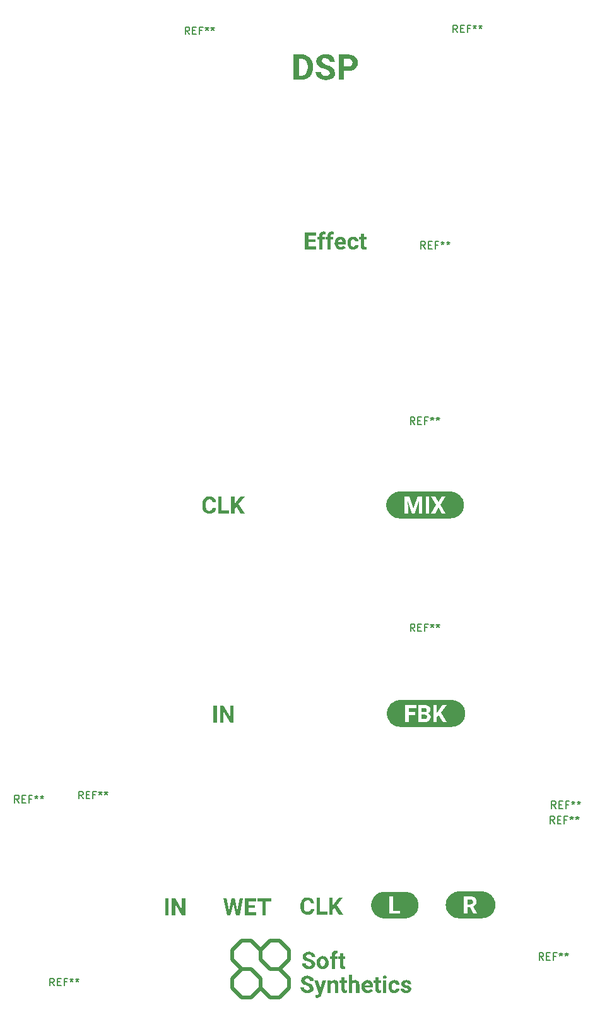
<source format=gbr>
%TF.GenerationSoftware,KiCad,Pcbnew,(6.0.8)*%
%TF.CreationDate,2023-04-30T16:13:03+01:00*%
%TF.ProjectId,Panel,50616e65-6c2e-46b6-9963-61645f706362,rev?*%
%TF.SameCoordinates,Original*%
%TF.FileFunction,Legend,Top*%
%TF.FilePolarity,Positive*%
%FSLAX46Y46*%
G04 Gerber Fmt 4.6, Leading zero omitted, Abs format (unit mm)*
G04 Created by KiCad (PCBNEW (6.0.8)) date 2023-04-30 16:13:03*
%MOMM*%
%LPD*%
G01*
G04 APERTURE LIST*
%ADD10C,0.500000*%
%ADD11C,0.150000*%
G04 APERTURE END LIST*
D10*
X127863600Y-153060400D02*
X129133600Y-154330400D01*
X126593600Y-158140400D02*
X127863600Y-156870400D01*
X127863600Y-156870400D02*
X127863600Y-155600400D01*
X129133600Y-150520400D02*
X130403600Y-150520400D01*
X124053600Y-153060400D02*
X125323600Y-154330400D01*
X130403600Y-154330400D02*
X129133600Y-154330400D01*
X129133600Y-154330400D02*
X127863600Y-153060400D01*
X125323600Y-154330400D02*
X126593600Y-154330400D01*
X129133600Y-158140400D02*
X130403600Y-158140400D01*
X124053600Y-151790400D02*
X125323600Y-150520400D01*
X131673600Y-156870400D02*
X130403600Y-158140400D01*
X130403600Y-154330400D02*
X129133600Y-154330400D01*
X124053600Y-153060400D02*
X124053600Y-151790400D01*
X126593600Y-150520400D02*
X125323600Y-150520400D01*
X127863600Y-151790400D02*
X127863600Y-153060400D01*
X127863600Y-155600400D02*
X126593600Y-154330400D01*
X129133600Y-150520400D02*
X127863600Y-151790400D01*
X126593600Y-154330400D02*
X127863600Y-155600400D01*
X127863600Y-156870400D02*
X129133600Y-158140400D01*
X127863600Y-156870400D02*
X127863600Y-155600400D01*
X131673600Y-155600400D02*
X130403600Y-154330400D01*
X131673600Y-155600400D02*
X131673600Y-156870400D01*
X131673600Y-153060400D02*
X131673600Y-151790400D01*
X124053600Y-155600400D02*
X124053600Y-156870400D01*
X125323600Y-154330400D02*
X126593600Y-154330400D01*
X127863600Y-151790400D02*
X127863600Y-153060400D01*
X130403600Y-154330400D02*
X131673600Y-153060400D01*
X127863600Y-151790400D02*
X126593600Y-150520400D01*
X130403600Y-150520400D02*
X131673600Y-151790400D01*
X125323600Y-158140400D02*
X124053600Y-156870400D01*
X125323600Y-154330400D02*
X124053600Y-155600400D01*
X126593600Y-158140400D02*
X125323600Y-158140400D01*
D11*
%TO.C,REF\u002A\u002A*%
X118300666Y-29027380D02*
X117967333Y-28551190D01*
X117729238Y-29027380D02*
X117729238Y-28027380D01*
X118110190Y-28027380D01*
X118205428Y-28075000D01*
X118253047Y-28122619D01*
X118300666Y-28217857D01*
X118300666Y-28360714D01*
X118253047Y-28455952D01*
X118205428Y-28503571D01*
X118110190Y-28551190D01*
X117729238Y-28551190D01*
X118729238Y-28503571D02*
X119062571Y-28503571D01*
X119205428Y-29027380D02*
X118729238Y-29027380D01*
X118729238Y-28027380D01*
X119205428Y-28027380D01*
X119967333Y-28503571D02*
X119634000Y-28503571D01*
X119634000Y-29027380D02*
X119634000Y-28027380D01*
X120110190Y-28027380D01*
X120634000Y-28027380D02*
X120634000Y-28265476D01*
X120395904Y-28170238D02*
X120634000Y-28265476D01*
X120872095Y-28170238D01*
X120491142Y-28455952D02*
X120634000Y-28265476D01*
X120776857Y-28455952D01*
X121395904Y-28027380D02*
X121395904Y-28265476D01*
X121157809Y-28170238D02*
X121395904Y-28265476D01*
X121634000Y-28170238D01*
X121253047Y-28455952D02*
X121395904Y-28265476D01*
X121538761Y-28455952D01*
%TO.C,*%
%TO.C,REF\u002A\u002A*%
X167246466Y-134792980D02*
X166913133Y-134316790D01*
X166675038Y-134792980D02*
X166675038Y-133792980D01*
X167055990Y-133792980D01*
X167151228Y-133840600D01*
X167198847Y-133888219D01*
X167246466Y-133983457D01*
X167246466Y-134126314D01*
X167198847Y-134221552D01*
X167151228Y-134269171D01*
X167055990Y-134316790D01*
X166675038Y-134316790D01*
X167675038Y-134269171D02*
X168008371Y-134269171D01*
X168151228Y-134792980D02*
X167675038Y-134792980D01*
X167675038Y-133792980D01*
X168151228Y-133792980D01*
X168913133Y-134269171D02*
X168579800Y-134269171D01*
X168579800Y-134792980D02*
X168579800Y-133792980D01*
X169055990Y-133792980D01*
X169579800Y-133792980D02*
X169579800Y-134031076D01*
X169341704Y-133935838D02*
X169579800Y-134031076D01*
X169817895Y-133935838D01*
X169436942Y-134221552D02*
X169579800Y-134031076D01*
X169722657Y-134221552D01*
X170341704Y-133792980D02*
X170341704Y-134031076D01*
X170103609Y-133935838D02*
X170341704Y-134031076D01*
X170579800Y-133935838D01*
X170198847Y-134221552D02*
X170341704Y-134031076D01*
X170484561Y-134221552D01*
X148526666Y-109029380D02*
X148193333Y-108553190D01*
X147955238Y-109029380D02*
X147955238Y-108029380D01*
X148336190Y-108029380D01*
X148431428Y-108077000D01*
X148479047Y-108124619D01*
X148526666Y-108219857D01*
X148526666Y-108362714D01*
X148479047Y-108457952D01*
X148431428Y-108505571D01*
X148336190Y-108553190D01*
X147955238Y-108553190D01*
X148955238Y-108505571D02*
X149288571Y-108505571D01*
X149431428Y-109029380D02*
X148955238Y-109029380D01*
X148955238Y-108029380D01*
X149431428Y-108029380D01*
X150193333Y-108505571D02*
X149860000Y-108505571D01*
X149860000Y-109029380D02*
X149860000Y-108029380D01*
X150336190Y-108029380D01*
X150860000Y-108029380D02*
X150860000Y-108267476D01*
X150621904Y-108172238D02*
X150860000Y-108267476D01*
X151098095Y-108172238D01*
X150717142Y-108457952D02*
X150860000Y-108267476D01*
X151002857Y-108457952D01*
X151621904Y-108029380D02*
X151621904Y-108267476D01*
X151383809Y-108172238D02*
X151621904Y-108267476D01*
X151860000Y-108172238D01*
X151479047Y-108457952D02*
X151621904Y-108267476D01*
X151764761Y-108457952D01*
X104000466Y-131465580D02*
X103667133Y-130989390D01*
X103429038Y-131465580D02*
X103429038Y-130465580D01*
X103809990Y-130465580D01*
X103905228Y-130513200D01*
X103952847Y-130560819D01*
X104000466Y-130656057D01*
X104000466Y-130798914D01*
X103952847Y-130894152D01*
X103905228Y-130941771D01*
X103809990Y-130989390D01*
X103429038Y-130989390D01*
X104429038Y-130941771D02*
X104762371Y-130941771D01*
X104905228Y-131465580D02*
X104429038Y-131465580D01*
X104429038Y-130465580D01*
X104905228Y-130465580D01*
X105667133Y-130941771D02*
X105333800Y-130941771D01*
X105333800Y-131465580D02*
X105333800Y-130465580D01*
X105809990Y-130465580D01*
X106333800Y-130465580D02*
X106333800Y-130703676D01*
X106095704Y-130608438D02*
X106333800Y-130703676D01*
X106571895Y-130608438D01*
X106190942Y-130894152D02*
X106333800Y-130703676D01*
X106476657Y-130894152D01*
X107095704Y-130465580D02*
X107095704Y-130703676D01*
X106857609Y-130608438D02*
X107095704Y-130703676D01*
X107333800Y-130608438D01*
X106952847Y-130894152D02*
X107095704Y-130703676D01*
X107238561Y-130894152D01*
X165798666Y-153106380D02*
X165465333Y-152630190D01*
X165227238Y-153106380D02*
X165227238Y-152106380D01*
X165608190Y-152106380D01*
X165703428Y-152154000D01*
X165751047Y-152201619D01*
X165798666Y-152296857D01*
X165798666Y-152439714D01*
X165751047Y-152534952D01*
X165703428Y-152582571D01*
X165608190Y-152630190D01*
X165227238Y-152630190D01*
X166227238Y-152582571D02*
X166560571Y-152582571D01*
X166703428Y-153106380D02*
X166227238Y-153106380D01*
X166227238Y-152106380D01*
X166703428Y-152106380D01*
X167465333Y-152582571D02*
X167132000Y-152582571D01*
X167132000Y-153106380D02*
X167132000Y-152106380D01*
X167608190Y-152106380D01*
X168132000Y-152106380D02*
X168132000Y-152344476D01*
X167893904Y-152249238D02*
X168132000Y-152344476D01*
X168370095Y-152249238D01*
X167989142Y-152534952D02*
X168132000Y-152344476D01*
X168274857Y-152534952D01*
X168893904Y-152106380D02*
X168893904Y-152344476D01*
X168655809Y-152249238D02*
X168893904Y-152344476D01*
X169132000Y-152249238D01*
X168751047Y-152534952D02*
X168893904Y-152344476D01*
X169036761Y-152534952D01*
X154241666Y-28773380D02*
X153908333Y-28297190D01*
X153670238Y-28773380D02*
X153670238Y-27773380D01*
X154051190Y-27773380D01*
X154146428Y-27821000D01*
X154194047Y-27868619D01*
X154241666Y-27963857D01*
X154241666Y-28106714D01*
X154194047Y-28201952D01*
X154146428Y-28249571D01*
X154051190Y-28297190D01*
X153670238Y-28297190D01*
X154670238Y-28249571D02*
X155003571Y-28249571D01*
X155146428Y-28773380D02*
X154670238Y-28773380D01*
X154670238Y-27773380D01*
X155146428Y-27773380D01*
X155908333Y-28249571D02*
X155575000Y-28249571D01*
X155575000Y-28773380D02*
X155575000Y-27773380D01*
X156051190Y-27773380D01*
X156575000Y-27773380D02*
X156575000Y-28011476D01*
X156336904Y-27916238D02*
X156575000Y-28011476D01*
X156813095Y-27916238D01*
X156432142Y-28201952D02*
X156575000Y-28011476D01*
X156717857Y-28201952D01*
X157336904Y-27773380D02*
X157336904Y-28011476D01*
X157098809Y-27916238D02*
X157336904Y-28011476D01*
X157575000Y-27916238D01*
X157194047Y-28201952D02*
X157336904Y-28011476D01*
X157479761Y-28201952D01*
X148526666Y-81292580D02*
X148193333Y-80816390D01*
X147955238Y-81292580D02*
X147955238Y-80292580D01*
X148336190Y-80292580D01*
X148431428Y-80340200D01*
X148479047Y-80387819D01*
X148526666Y-80483057D01*
X148526666Y-80625914D01*
X148479047Y-80721152D01*
X148431428Y-80768771D01*
X148336190Y-80816390D01*
X147955238Y-80816390D01*
X148955238Y-80768771D02*
X149288571Y-80768771D01*
X149431428Y-81292580D02*
X148955238Y-81292580D01*
X148955238Y-80292580D01*
X149431428Y-80292580D01*
X150193333Y-80768771D02*
X149860000Y-80768771D01*
X149860000Y-81292580D02*
X149860000Y-80292580D01*
X150336190Y-80292580D01*
X150860000Y-80292580D02*
X150860000Y-80530676D01*
X150621904Y-80435438D02*
X150860000Y-80530676D01*
X151098095Y-80435438D01*
X150717142Y-80721152D02*
X150860000Y-80530676D01*
X151002857Y-80721152D01*
X151621904Y-80292580D02*
X151621904Y-80530676D01*
X151383809Y-80435438D02*
X151621904Y-80530676D01*
X151860000Y-80435438D01*
X151479047Y-80721152D02*
X151621904Y-80530676D01*
X151764761Y-80721152D01*
X95415266Y-131998980D02*
X95081933Y-131522790D01*
X94843838Y-131998980D02*
X94843838Y-130998980D01*
X95224790Y-130998980D01*
X95320028Y-131046600D01*
X95367647Y-131094219D01*
X95415266Y-131189457D01*
X95415266Y-131332314D01*
X95367647Y-131427552D01*
X95320028Y-131475171D01*
X95224790Y-131522790D01*
X94843838Y-131522790D01*
X95843838Y-131475171D02*
X96177171Y-131475171D01*
X96320028Y-131998980D02*
X95843838Y-131998980D01*
X95843838Y-130998980D01*
X96320028Y-130998980D01*
X97081933Y-131475171D02*
X96748600Y-131475171D01*
X96748600Y-131998980D02*
X96748600Y-130998980D01*
X97224790Y-130998980D01*
X97748600Y-130998980D02*
X97748600Y-131237076D01*
X97510504Y-131141838D02*
X97748600Y-131237076D01*
X97986695Y-131141838D01*
X97605742Y-131427552D02*
X97748600Y-131237076D01*
X97891457Y-131427552D01*
X98510504Y-130998980D02*
X98510504Y-131237076D01*
X98272409Y-131141838D02*
X98510504Y-131237076D01*
X98748600Y-131141838D01*
X98367647Y-131427552D02*
X98510504Y-131237076D01*
X98653361Y-131427552D01*
%TO.C,*%
%TO.C,REF\u002A\u002A*%
X100139666Y-156535380D02*
X99806333Y-156059190D01*
X99568238Y-156535380D02*
X99568238Y-155535380D01*
X99949190Y-155535380D01*
X100044428Y-155583000D01*
X100092047Y-155630619D01*
X100139666Y-155725857D01*
X100139666Y-155868714D01*
X100092047Y-155963952D01*
X100044428Y-156011571D01*
X99949190Y-156059190D01*
X99568238Y-156059190D01*
X100568238Y-156011571D02*
X100901571Y-156011571D01*
X101044428Y-156535380D02*
X100568238Y-156535380D01*
X100568238Y-155535380D01*
X101044428Y-155535380D01*
X101806333Y-156011571D02*
X101473000Y-156011571D01*
X101473000Y-156535380D02*
X101473000Y-155535380D01*
X101949190Y-155535380D01*
X102473000Y-155535380D02*
X102473000Y-155773476D01*
X102234904Y-155678238D02*
X102473000Y-155773476D01*
X102711095Y-155678238D01*
X102330142Y-155963952D02*
X102473000Y-155773476D01*
X102615857Y-155963952D01*
X103234904Y-155535380D02*
X103234904Y-155773476D01*
X102996809Y-155678238D02*
X103234904Y-155773476D01*
X103473000Y-155678238D01*
X103092047Y-155963952D02*
X103234904Y-155773476D01*
X103377761Y-155963952D01*
X149923466Y-57760580D02*
X149590133Y-57284390D01*
X149352038Y-57760580D02*
X149352038Y-56760580D01*
X149732990Y-56760580D01*
X149828228Y-56808200D01*
X149875847Y-56855819D01*
X149923466Y-56951057D01*
X149923466Y-57093914D01*
X149875847Y-57189152D01*
X149828228Y-57236771D01*
X149732990Y-57284390D01*
X149352038Y-57284390D01*
X150352038Y-57236771D02*
X150685371Y-57236771D01*
X150828228Y-57760580D02*
X150352038Y-57760580D01*
X150352038Y-56760580D01*
X150828228Y-56760580D01*
X151590133Y-57236771D02*
X151256800Y-57236771D01*
X151256800Y-57760580D02*
X151256800Y-56760580D01*
X151732990Y-56760580D01*
X152256800Y-56760580D02*
X152256800Y-56998676D01*
X152018704Y-56903438D02*
X152256800Y-56998676D01*
X152494895Y-56903438D01*
X152113942Y-57189152D02*
X152256800Y-56998676D01*
X152399657Y-57189152D01*
X153018704Y-56760580D02*
X153018704Y-56998676D01*
X152780609Y-56903438D02*
X153018704Y-56998676D01*
X153256800Y-56903438D01*
X152875847Y-57189152D02*
X153018704Y-56998676D01*
X153161561Y-57189152D01*
X167449666Y-132760980D02*
X167116333Y-132284790D01*
X166878238Y-132760980D02*
X166878238Y-131760980D01*
X167259190Y-131760980D01*
X167354428Y-131808600D01*
X167402047Y-131856219D01*
X167449666Y-131951457D01*
X167449666Y-132094314D01*
X167402047Y-132189552D01*
X167354428Y-132237171D01*
X167259190Y-132284790D01*
X166878238Y-132284790D01*
X167878238Y-132237171D02*
X168211571Y-132237171D01*
X168354428Y-132760980D02*
X167878238Y-132760980D01*
X167878238Y-131760980D01*
X168354428Y-131760980D01*
X169116333Y-132237171D02*
X168783000Y-132237171D01*
X168783000Y-132760980D02*
X168783000Y-131760980D01*
X169259190Y-131760980D01*
X169783000Y-131760980D02*
X169783000Y-131999076D01*
X169544904Y-131903838D02*
X169783000Y-131999076D01*
X170021095Y-131903838D01*
X169640142Y-132189552D02*
X169783000Y-131999076D01*
X169925857Y-132189552D01*
X170544904Y-131760980D02*
X170544904Y-131999076D01*
X170306809Y-131903838D02*
X170544904Y-131999076D01*
X170783000Y-131903838D01*
X170402047Y-132189552D02*
X170544904Y-131999076D01*
X170687761Y-132189552D01*
%TO.C,*%
%TO.C,kibuzzard-643BB3B1*%
G36*
X146397954Y-121821852D02*
G01*
X146224186Y-121796076D01*
X146053782Y-121753392D01*
X145888381Y-121694211D01*
X145729578Y-121619102D01*
X145578902Y-121528790D01*
X145437803Y-121424144D01*
X145307640Y-121306172D01*
X145189668Y-121176009D01*
X145184479Y-121169013D01*
X147234870Y-121169013D01*
X147699958Y-121169013D01*
X148974299Y-121169013D01*
X149851765Y-121169013D01*
X151000532Y-121169013D01*
X151465620Y-121169013D01*
X151465620Y-120524091D01*
X151707466Y-120263642D01*
X152287275Y-121169013D01*
X152840730Y-121169013D01*
X152015974Y-119914826D01*
X152817475Y-118911787D01*
X152245417Y-118911787D01*
X151670259Y-119654377D01*
X151465620Y-119934980D01*
X151465620Y-118911787D01*
X151000532Y-118911787D01*
X151000532Y-121169013D01*
X149851765Y-121169013D01*
X150088443Y-121148687D01*
X150285847Y-121091843D01*
X150443977Y-120998481D01*
X150559388Y-120869290D01*
X150628634Y-120704959D01*
X150651716Y-120505488D01*
X150626718Y-120329530D01*
X150551722Y-120183027D01*
X150433319Y-120073344D01*
X150278096Y-120007844D01*
X150413359Y-119932073D01*
X150515290Y-119822584D01*
X150579240Y-119686352D01*
X150600556Y-119530354D01*
X150576958Y-119344060D01*
X150506161Y-119190323D01*
X150388166Y-119069141D01*
X150224524Y-118981722D01*
X150016785Y-118929271D01*
X149764949Y-118911787D01*
X148974299Y-118911787D01*
X148974299Y-121169013D01*
X147699958Y-121169013D01*
X147699958Y-120246589D01*
X148592927Y-120246589D01*
X148592927Y-119871418D01*
X147699958Y-119871418D01*
X147699958Y-119288508D01*
X148704548Y-119288508D01*
X148704548Y-118911787D01*
X147234870Y-118911787D01*
X147234870Y-121169013D01*
X145184479Y-121169013D01*
X145085022Y-121034911D01*
X144994710Y-120884234D01*
X144919602Y-120725431D01*
X144860420Y-120560030D01*
X144817736Y-120389626D01*
X144791960Y-120215858D01*
X144783341Y-120040400D01*
X144791960Y-119864942D01*
X144817736Y-119691174D01*
X144860420Y-119520770D01*
X144919602Y-119355369D01*
X144994710Y-119196566D01*
X145085022Y-119045889D01*
X145189668Y-118904791D01*
X145307640Y-118774628D01*
X145437803Y-118656656D01*
X145578902Y-118552010D01*
X145729578Y-118461698D01*
X145888381Y-118386589D01*
X146053782Y-118327408D01*
X146224186Y-118284724D01*
X146397954Y-118258948D01*
X146573412Y-118250328D01*
X153502188Y-118250328D01*
X153677646Y-118258948D01*
X153851414Y-118284724D01*
X154021818Y-118327408D01*
X154187219Y-118386590D01*
X154346022Y-118461698D01*
X154496699Y-118552010D01*
X154637797Y-118656656D01*
X154767960Y-118774628D01*
X154885932Y-118904791D01*
X154990578Y-119045890D01*
X155080890Y-119196566D01*
X155155998Y-119355369D01*
X155215180Y-119520770D01*
X155257864Y-119691174D01*
X155283640Y-119864942D01*
X155292259Y-120040400D01*
X155283640Y-120215858D01*
X155257864Y-120389626D01*
X155215180Y-120560030D01*
X155155998Y-120725431D01*
X155080890Y-120884234D01*
X154990578Y-121034910D01*
X154885932Y-121176009D01*
X154767960Y-121306172D01*
X154637797Y-121424144D01*
X154496699Y-121528790D01*
X154346022Y-121619102D01*
X154187219Y-121694210D01*
X154021818Y-121753392D01*
X153851414Y-121796076D01*
X153677646Y-121821852D01*
X153502188Y-121830472D01*
X146573412Y-121830472D01*
X146397954Y-121821852D01*
G37*
G36*
X150044001Y-120223162D02*
G01*
X150150972Y-120328065D01*
X150186628Y-120500837D01*
X150094386Y-120717103D01*
X149984121Y-120775820D01*
X149837812Y-120795393D01*
X149439387Y-120795393D01*
X149439387Y-120186128D01*
X149865718Y-120186128D01*
X150044001Y-120223162D01*
G37*
G36*
X149931411Y-119305367D02*
G01*
X150046327Y-119355946D01*
X150113183Y-119444894D01*
X150135469Y-119576862D01*
X150096367Y-119729997D01*
X149979061Y-119823531D01*
X149783552Y-119857465D01*
X149439387Y-119857465D01*
X149439387Y-119288508D01*
X149764949Y-119288508D01*
X149931411Y-119305367D01*
G37*
%TO.C,kibuzzard-643BB339*%
G36*
X156129855Y-144965375D02*
G01*
X156244770Y-145033975D01*
X156312789Y-145142496D01*
X156335462Y-145285123D01*
X156311433Y-145424843D01*
X156239344Y-145530844D01*
X156123460Y-145597700D01*
X155968043Y-145619986D01*
X155592872Y-145619986D01*
X155592872Y-144942508D01*
X155966493Y-144942508D01*
X156129855Y-144965375D01*
G37*
G36*
X154290868Y-147475852D02*
G01*
X154117100Y-147450076D01*
X153946695Y-147407392D01*
X153781295Y-147348211D01*
X153622492Y-147273102D01*
X153471815Y-147182790D01*
X153330716Y-147078144D01*
X153200554Y-146960172D01*
X153082582Y-146830009D01*
X153077393Y-146823013D01*
X155127784Y-146823013D01*
X155592872Y-146823013D01*
X155592872Y-145996707D01*
X155963392Y-145996707D01*
X156386622Y-146823013D01*
X156885816Y-146823013D01*
X156885816Y-146801309D01*
X156397474Y-145878885D01*
X156574789Y-145771721D01*
X156700556Y-145633163D01*
X156775552Y-145459724D01*
X156800550Y-145247916D01*
X156776434Y-145047239D01*
X156704087Y-144879290D01*
X156583509Y-144744070D01*
X156418489Y-144645024D01*
X156212817Y-144585596D01*
X155966493Y-144565787D01*
X155127784Y-144565787D01*
X155127784Y-146823013D01*
X153077393Y-146823013D01*
X152977936Y-146688911D01*
X152887623Y-146538234D01*
X152812515Y-146379431D01*
X152753334Y-146214030D01*
X152710650Y-146043626D01*
X152684874Y-145869858D01*
X152676254Y-145694400D01*
X152684874Y-145518942D01*
X152710650Y-145345174D01*
X152753334Y-145174770D01*
X152812515Y-145009369D01*
X152887623Y-144850566D01*
X152977936Y-144699889D01*
X153082582Y-144558791D01*
X153200554Y-144428628D01*
X153330716Y-144310656D01*
X153471815Y-144206010D01*
X153622492Y-144115698D01*
X153781295Y-144040589D01*
X153946695Y-143981408D01*
X154117100Y-143938724D01*
X154290868Y-143912948D01*
X154466326Y-143904328D01*
X157547275Y-143904328D01*
X157722732Y-143912948D01*
X157896500Y-143938724D01*
X158066905Y-143981408D01*
X158232305Y-144040590D01*
X158391108Y-144115698D01*
X158541785Y-144206010D01*
X158682884Y-144310656D01*
X158813046Y-144428628D01*
X158931018Y-144558791D01*
X159035665Y-144699890D01*
X159125977Y-144850566D01*
X159201085Y-145009369D01*
X159260266Y-145174770D01*
X159302950Y-145345174D01*
X159328726Y-145518942D01*
X159337346Y-145694400D01*
X159328726Y-145869858D01*
X159302950Y-146043626D01*
X159260266Y-146214030D01*
X159201085Y-146379431D01*
X159125977Y-146538234D01*
X159035665Y-146688910D01*
X158931018Y-146830009D01*
X158813046Y-146960172D01*
X158682884Y-147078144D01*
X158541785Y-147182790D01*
X158391108Y-147273102D01*
X158232305Y-147348210D01*
X158066905Y-147407392D01*
X157896500Y-147450076D01*
X157722732Y-147475852D01*
X157547275Y-147484472D01*
X154466326Y-147484472D01*
X154290868Y-147475852D01*
G37*
%TO.C,kibuzzard-644E698D*%
G36*
X136917640Y-31694418D02*
G01*
X137221109Y-31792959D01*
X137473129Y-31951379D01*
X137661780Y-32163866D01*
X137779506Y-32419665D01*
X137818747Y-32708019D01*
X137121116Y-32708019D01*
X137084490Y-32501346D01*
X136974613Y-32346413D01*
X136798461Y-32249617D01*
X136563010Y-32217351D01*
X136335698Y-32244385D01*
X136165360Y-32325484D01*
X136023508Y-32610351D01*
X136189777Y-32887078D01*
X136395288Y-32995211D01*
X136679282Y-33096367D01*
X137040242Y-33225300D01*
X137329372Y-33373353D01*
X137546671Y-33540526D01*
X137750728Y-33838183D01*
X137818747Y-34200951D01*
X137781799Y-34472898D01*
X137670953Y-34702729D01*
X137486210Y-34890444D01*
X137238938Y-35029324D01*
X136940506Y-35112653D01*
X136590915Y-35140429D01*
X136217682Y-35104675D01*
X135879331Y-34997414D01*
X135596499Y-34827948D01*
X135389826Y-34605578D01*
X135263380Y-34336989D01*
X135221232Y-34028869D01*
X135921189Y-34028869D01*
X135963047Y-34274057D01*
X136088620Y-34449192D01*
X136297910Y-34554273D01*
X136590915Y-34589300D01*
X136812413Y-34564010D01*
X136979264Y-34488143D01*
X137118790Y-34205602D01*
X136979264Y-33902132D01*
X136783927Y-33793418D01*
X136476969Y-33678890D01*
X136151989Y-33562327D01*
X135902585Y-33447509D01*
X135582191Y-33215740D01*
X135389955Y-32935912D01*
X135325876Y-32608025D01*
X135364537Y-32348448D01*
X135480518Y-32118520D01*
X135668879Y-31926962D01*
X135924677Y-31782494D01*
X136231926Y-31691802D01*
X136574637Y-31661571D01*
X136917640Y-31694418D01*
G37*
G36*
X132267923Y-31708080D02*
G01*
X133309720Y-31708080D01*
X133596912Y-31730430D01*
X133863175Y-31797480D01*
X134108509Y-31909231D01*
X134326196Y-32062193D01*
X134509518Y-32252879D01*
X134658475Y-32481289D01*
X134768288Y-32739800D01*
X134834175Y-33020791D01*
X134856138Y-33324260D01*
X134856138Y-33480065D01*
X134834563Y-33783147D01*
X134769838Y-34062975D01*
X134661963Y-34319549D01*
X134514815Y-34546150D01*
X134332268Y-34736061D01*
X134114322Y-34889281D01*
X133868601Y-35001936D01*
X133602726Y-35070149D01*
X133316697Y-35093920D01*
X132267923Y-35093920D01*
X132267923Y-34533489D01*
X132965555Y-34533489D01*
X133302744Y-34533489D01*
X133663768Y-34466633D01*
X133928287Y-34266063D01*
X134048952Y-34062200D01*
X134122591Y-33807177D01*
X134149204Y-33500994D01*
X134149204Y-33321935D01*
X134125433Y-33005546D01*
X134054119Y-32744709D01*
X133935264Y-32539425D01*
X133671907Y-32339728D01*
X133309720Y-32273162D01*
X132965555Y-32273162D01*
X132965555Y-34533489D01*
X132267923Y-34533489D01*
X132267923Y-31708080D01*
G37*
G36*
X138988443Y-35093920D02*
G01*
X138290812Y-35093920D01*
X138290812Y-33335888D01*
X138988443Y-33335888D01*
X139611661Y-33335888D01*
X139855542Y-33303332D01*
X140033728Y-33205663D01*
X140142733Y-33047533D01*
X140179068Y-32833593D01*
X140142443Y-32608607D01*
X140032566Y-32431292D01*
X139858158Y-32315020D01*
X139627939Y-32273162D01*
X138988443Y-32273162D01*
X138988443Y-33335888D01*
X138290812Y-33335888D01*
X138290812Y-31708080D01*
X139611661Y-31708080D01*
X139970070Y-31742962D01*
X140282550Y-31847606D01*
X140538640Y-32016491D01*
X140727872Y-32244094D01*
X140844725Y-32518786D01*
X140883677Y-32828942D01*
X140845824Y-33137321D01*
X140732265Y-33398933D01*
X140543000Y-33613778D01*
X140286814Y-33773329D01*
X139972492Y-33869059D01*
X139600034Y-33900969D01*
X138988443Y-33900969D01*
X138988443Y-35093920D01*
G37*
%TO.C,kibuzzard-644E69AD*%
G36*
X138269459Y-57288472D02*
G01*
X138356857Y-57403969D01*
X138480687Y-57478383D01*
X138633584Y-57503188D01*
X138864191Y-57456291D01*
X139038211Y-57315602D01*
X139258353Y-57562099D01*
X139139755Y-57689029D01*
X138985501Y-57784566D01*
X138804117Y-57844446D01*
X138604129Y-57864406D01*
X138373394Y-57839257D01*
X138173147Y-57763809D01*
X138003390Y-57638063D01*
X137874630Y-57470459D01*
X137797374Y-57269438D01*
X137771622Y-57034999D01*
X137771622Y-56991591D01*
X137787597Y-56835011D01*
X138230508Y-56835011D01*
X138853726Y-56835011D01*
X138853726Y-56799355D01*
X138773111Y-56569136D01*
X138552969Y-56487746D01*
X138336703Y-56577663D01*
X138268684Y-56686958D01*
X138230508Y-56835011D01*
X137787597Y-56835011D01*
X137796039Y-56752265D01*
X137869290Y-56539681D01*
X137987306Y-56363335D01*
X138146017Y-56232723D01*
X138337672Y-56151914D01*
X138554520Y-56124977D01*
X138767685Y-56149093D01*
X138948294Y-56221440D01*
X139096347Y-56342018D01*
X139206159Y-56506866D01*
X139272047Y-56712022D01*
X139294009Y-56957485D01*
X139294009Y-57140419D01*
X138225857Y-57140419D01*
X138269459Y-57288472D01*
G37*
G36*
X141740372Y-56155983D02*
G01*
X142027176Y-56155983D01*
X142027176Y-56484645D01*
X141740372Y-56484645D01*
X141740372Y-57321803D01*
X141776028Y-57455129D01*
X141912454Y-57495436D01*
X142044229Y-57484584D01*
X142044229Y-57824098D01*
X141910516Y-57854329D01*
X141772928Y-57864406D01*
X141566157Y-57834660D01*
X141417135Y-57745421D01*
X141325862Y-57596690D01*
X141292337Y-57388466D01*
X141292337Y-56484645D01*
X141047391Y-56484645D01*
X141047391Y-56155983D01*
X141292337Y-56155983D01*
X141292337Y-55743605D01*
X141740372Y-55743605D01*
X141740372Y-56155983D01*
G37*
G36*
X136522085Y-55450600D02*
G01*
X136517435Y-55797865D01*
X136381009Y-55783913D01*
X136191485Y-55843212D01*
X136128311Y-56021108D01*
X136128311Y-56155983D01*
X136461624Y-56155983D01*
X136461624Y-56484645D01*
X136128311Y-56484645D01*
X136128311Y-57833400D01*
X135678726Y-57833400D01*
X135678726Y-56484645D01*
X135429129Y-56484645D01*
X135429129Y-56155983D01*
X135678726Y-56155983D01*
X135678726Y-56013356D01*
X135719227Y-55762790D01*
X135840732Y-55575398D01*
X136035100Y-55458545D01*
X136294192Y-55419594D01*
X136522085Y-55450600D01*
G37*
G36*
X140446480Y-56144873D02*
G01*
X140614687Y-56204559D01*
X140755160Y-56304036D01*
X140861011Y-56436586D01*
X140925348Y-56595491D01*
X140948172Y-56780751D01*
X140528042Y-56780751D01*
X140447427Y-56569136D01*
X140242789Y-56487746D01*
X140105394Y-56516232D01*
X140006369Y-56601692D01*
X139946489Y-56751102D01*
X139926529Y-56971437D01*
X139926529Y-57017946D01*
X139946295Y-57240413D01*
X140005594Y-57390016D01*
X140105200Y-57474895D01*
X140245889Y-57503188D01*
X140447427Y-57434975D01*
X140528042Y-57253591D01*
X140948172Y-57253591D01*
X140924142Y-57416953D01*
X140855154Y-57565975D01*
X140746828Y-57691936D01*
X140604782Y-57786116D01*
X140437544Y-57844834D01*
X140253641Y-57864406D01*
X140030743Y-57838998D01*
X139841607Y-57762776D01*
X139686233Y-57635738D01*
X139570823Y-57463914D01*
X139501576Y-57253332D01*
X139478494Y-57003993D01*
X139478494Y-56974538D01*
X139501404Y-56733553D01*
X139570134Y-56527364D01*
X139684683Y-56355971D01*
X139839196Y-56227641D01*
X140027815Y-56150643D01*
X140250540Y-56124977D01*
X140446480Y-56144873D01*
G37*
G36*
X135309756Y-55952895D02*
G01*
X134264859Y-55952895D01*
X134264859Y-56490846D01*
X135157828Y-56490846D01*
X135157828Y-56855165D01*
X134264859Y-56855165D01*
X134264859Y-57459780D01*
X135312857Y-57459780D01*
X135312857Y-57833400D01*
X133799771Y-57833400D01*
X133799771Y-55576174D01*
X135309756Y-55576174D01*
X135309756Y-55952895D01*
G37*
G36*
X137660000Y-55450600D02*
G01*
X137655350Y-55797865D01*
X137518924Y-55783913D01*
X137329401Y-55843212D01*
X137266226Y-56021108D01*
X137266226Y-56155983D01*
X137599539Y-56155983D01*
X137599539Y-56484645D01*
X137266226Y-56484645D01*
X137266226Y-57833400D01*
X136816641Y-57833400D01*
X136816641Y-56484645D01*
X136567044Y-56484645D01*
X136567044Y-56155983D01*
X136816641Y-56155983D01*
X136816641Y-56013356D01*
X136857143Y-55762790D01*
X136978647Y-55575398D01*
X137173015Y-55458545D01*
X137432107Y-55419594D01*
X137660000Y-55450600D01*
G37*
%TO.C,kibuzzard-643BAFC1*%
G36*
X129239256Y-145196508D02*
G01*
X128547825Y-145196508D01*
X128547825Y-147077013D01*
X128082737Y-147077013D01*
X128082737Y-145196508D01*
X127400608Y-145196508D01*
X127400608Y-144819787D01*
X129239256Y-144819787D01*
X129239256Y-145196508D01*
G37*
G36*
X127264182Y-145196508D02*
G01*
X126219285Y-145196508D01*
X126219285Y-145734460D01*
X127112254Y-145734460D01*
X127112254Y-146098778D01*
X126219285Y-146098778D01*
X126219285Y-146703393D01*
X127267283Y-146703393D01*
X127267283Y-147077013D01*
X125754197Y-147077013D01*
X125754197Y-144819787D01*
X127264182Y-144819787D01*
X127264182Y-145196508D01*
G37*
G36*
X123599290Y-146422790D02*
G01*
X123971360Y-144819787D01*
X124365134Y-144819787D01*
X124735654Y-146425890D01*
X125039512Y-144819787D01*
X125503050Y-144819787D01*
X125002305Y-147077013D01*
X124534116Y-147077013D01*
X124166697Y-145567028D01*
X123799278Y-147077013D01*
X123331089Y-147077013D01*
X122830344Y-144819787D01*
X123293882Y-144819787D01*
X123599290Y-146422790D01*
G37*
%TO.C,kibuzzard-644033EB*%
G36*
X138204631Y-151869000D02*
G01*
X138199980Y-152216265D01*
X138063554Y-152202313D01*
X137874031Y-152261612D01*
X137810856Y-152439508D01*
X137810856Y-152574383D01*
X138144169Y-152574383D01*
X138144169Y-152903045D01*
X137810856Y-152903045D01*
X137810856Y-154251800D01*
X137361271Y-154251800D01*
X137361271Y-152903045D01*
X137111674Y-152903045D01*
X137111674Y-152574383D01*
X137361271Y-152574383D01*
X137361271Y-152431756D01*
X137401773Y-152181190D01*
X137523277Y-151993798D01*
X137717645Y-151876945D01*
X137976738Y-151837994D01*
X138204631Y-151869000D01*
G37*
G36*
X135750517Y-154179453D02*
G01*
X135590062Y-154050262D01*
X135469914Y-153876629D01*
X135397825Y-153665789D01*
X135374997Y-153430145D01*
X135821831Y-153430145D01*
X135844310Y-153640791D01*
X135911748Y-153795239D01*
X136021043Y-153890001D01*
X136169096Y-153921588D01*
X136314049Y-153890388D01*
X136423344Y-153796789D01*
X136491945Y-153634590D01*
X136514811Y-153397589D01*
X136491945Y-153189849D01*
X136423344Y-153034820D01*
X136313273Y-152938314D01*
X136165996Y-152906146D01*
X136020268Y-152938121D01*
X135911748Y-153034045D01*
X135844310Y-153197020D01*
X135821831Y-153430145D01*
X135374997Y-153430145D01*
X135373796Y-153417743D01*
X135373796Y-153397589D01*
X135397825Y-153161557D01*
X135469914Y-152952655D01*
X135587155Y-152779409D01*
X135746641Y-152650348D01*
X135941784Y-152570120D01*
X136165996Y-152543377D01*
X136378472Y-152566459D01*
X136563215Y-152635706D01*
X136720225Y-152751117D01*
X136842268Y-152906146D01*
X136922108Y-153094248D01*
X136959746Y-153315423D01*
X136962846Y-153430145D01*
X136938903Y-153670526D01*
X136867072Y-153876974D01*
X136747355Y-154049487D01*
X136587331Y-154179109D01*
X136394578Y-154256882D01*
X136169096Y-154282806D01*
X135943529Y-154256968D01*
X135750517Y-154179453D01*
G37*
G36*
X138913115Y-152574383D02*
G01*
X139199919Y-152574383D01*
X139199919Y-152903045D01*
X138913115Y-152903045D01*
X138913115Y-153740203D01*
X138948771Y-153873529D01*
X139085197Y-153913836D01*
X139216972Y-153902984D01*
X139216972Y-154242498D01*
X139083259Y-154272729D01*
X138945671Y-154282806D01*
X138738901Y-154253060D01*
X138589879Y-154163821D01*
X138498605Y-154015090D01*
X138465080Y-153806866D01*
X138465080Y-152903045D01*
X138220134Y-152903045D01*
X138220134Y-152574383D01*
X138465080Y-152574383D01*
X138465080Y-152162005D01*
X138913115Y-152162005D01*
X138913115Y-152574383D01*
G37*
G36*
X134557567Y-151985466D02*
G01*
X134759880Y-152051159D01*
X134927893Y-152156773D01*
X135053660Y-152298431D01*
X135132144Y-152468963D01*
X135158305Y-152661200D01*
X134693217Y-152661200D01*
X134668800Y-152523417D01*
X134595549Y-152420129D01*
X134478114Y-152355598D01*
X134321147Y-152334088D01*
X134169606Y-152352110D01*
X134056047Y-152406176D01*
X133961479Y-152596087D01*
X134072325Y-152780572D01*
X134209332Y-152852661D01*
X134398662Y-152920098D01*
X134639301Y-153006054D01*
X134832055Y-153104756D01*
X134976921Y-153216204D01*
X135112959Y-153414642D01*
X135158305Y-153656488D01*
X135133673Y-153837786D01*
X135059775Y-153991006D01*
X134936613Y-154116150D01*
X134771765Y-154208736D01*
X134572811Y-154264289D01*
X134339750Y-154282806D01*
X134090928Y-154258970D01*
X133865361Y-154187463D01*
X133676806Y-154074485D01*
X133539024Y-153926239D01*
X133454727Y-153747180D01*
X133426628Y-153541766D01*
X133893266Y-153541766D01*
X133921171Y-153705225D01*
X134004887Y-153821981D01*
X134144414Y-153892035D01*
X134339750Y-153915387D01*
X134487416Y-153898527D01*
X134598649Y-153847949D01*
X134691667Y-153659588D01*
X134598649Y-153457275D01*
X134468425Y-153384799D01*
X134263786Y-153308447D01*
X134047133Y-153230738D01*
X133880864Y-153154193D01*
X133667268Y-152999680D01*
X133539110Y-152813128D01*
X133496391Y-152594537D01*
X133522165Y-152421486D01*
X133599486Y-152268200D01*
X133725059Y-152140495D01*
X133895592Y-152044183D01*
X134100424Y-151983722D01*
X134328898Y-151963568D01*
X134557567Y-151985466D01*
G37*
%TO.C,kibuzzard-643BAF55*%
G36*
X135800554Y-146601793D02*
G01*
X136788091Y-146601793D01*
X136788091Y-146975413D01*
X135335466Y-146975413D01*
X135335466Y-144718187D01*
X135800554Y-144718187D01*
X135800554Y-146601793D01*
G37*
G36*
X137519829Y-145741380D02*
G01*
X137724468Y-145460777D01*
X138299627Y-144718187D01*
X138871685Y-144718187D01*
X138070183Y-145721226D01*
X138894939Y-146975413D01*
X138341484Y-146975413D01*
X137761675Y-146070042D01*
X137519829Y-146330491D01*
X137519829Y-146975413D01*
X137054741Y-146975413D01*
X137054741Y-144718187D01*
X137519829Y-144718187D01*
X137519829Y-145741380D01*
G37*
G36*
X134371356Y-144710435D02*
G01*
X134581163Y-144780198D01*
X134757207Y-144896470D01*
X134893977Y-145054773D01*
X134985961Y-145250626D01*
X135033159Y-145484031D01*
X134568071Y-145484031D01*
X134529120Y-145295477D01*
X134446373Y-145166997D01*
X134314405Y-145093164D01*
X134127788Y-145068553D01*
X133924506Y-145110217D01*
X133779747Y-145235209D01*
X133715238Y-145366726D01*
X133675706Y-145539067D01*
X133661150Y-145752232D01*
X133661150Y-145922764D01*
X133673466Y-146144801D01*
X133710415Y-146323084D01*
X133771996Y-146457615D01*
X133914817Y-146584352D01*
X134121587Y-146626597D01*
X134309754Y-146601986D01*
X134443273Y-146528154D01*
X134526795Y-146402774D01*
X134564971Y-146223521D01*
X135030059Y-146223521D01*
X134988459Y-146449175D01*
X134898801Y-146640378D01*
X134761083Y-146797130D01*
X134582196Y-146913402D01*
X134369031Y-146983165D01*
X134121587Y-147006419D01*
X133916125Y-146988155D01*
X133733820Y-146933362D01*
X133574673Y-146842040D01*
X133438683Y-146714189D01*
X133329823Y-146554460D01*
X133252066Y-146367505D01*
X133205412Y-146153322D01*
X133189861Y-145911912D01*
X133189861Y-145773936D01*
X133202608Y-145565508D01*
X133240848Y-145374305D01*
X133304583Y-145200328D01*
X133443915Y-144981155D01*
X133632470Y-144819731D01*
X133782245Y-144746092D01*
X133947351Y-144701909D01*
X134127788Y-144687181D01*
X134371356Y-144710435D01*
G37*
%TO.C,kibuzzard-644033FD*%
G36*
X145972636Y-155779759D02*
G01*
X146140842Y-155839445D01*
X146281316Y-155938922D01*
X146387167Y-156071472D01*
X146451504Y-156230377D01*
X146474328Y-156415637D01*
X146054198Y-156415637D01*
X145973583Y-156204022D01*
X145768944Y-156122632D01*
X145631550Y-156151118D01*
X145532525Y-156236578D01*
X145472645Y-156385988D01*
X145452685Y-156606323D01*
X145452685Y-156652832D01*
X145472451Y-156875299D01*
X145531749Y-157024902D01*
X145631356Y-157109781D01*
X145772045Y-157138074D01*
X145973583Y-157069861D01*
X146054198Y-156888476D01*
X146474328Y-156888476D01*
X146450298Y-157051839D01*
X146381310Y-157200860D01*
X146272983Y-157326822D01*
X146130938Y-157421002D01*
X145963700Y-157479719D01*
X145779796Y-157499292D01*
X145556899Y-157473884D01*
X145367763Y-157397662D01*
X145212389Y-157270624D01*
X145096978Y-157098799D01*
X145027732Y-156888218D01*
X145004650Y-156638879D01*
X145004650Y-156609424D01*
X145027560Y-156368439D01*
X145096289Y-156162250D01*
X145210839Y-155990857D01*
X145365351Y-155862527D01*
X145553970Y-155785529D01*
X145776696Y-155759863D01*
X145972636Y-155779759D01*
G37*
G36*
X135848620Y-156834216D02*
G01*
X136158678Y-155790869D01*
X136639269Y-155790869D01*
X135964892Y-157728735D01*
X135927685Y-157817102D01*
X135805728Y-157999692D01*
X135640364Y-158109246D01*
X135431591Y-158145764D01*
X135233153Y-158116308D01*
X135233153Y-157776794D01*
X135301366Y-157778345D01*
X135491277Y-157739587D01*
X135589721Y-157610913D01*
X135642431Y-157472937D01*
X135054870Y-155790869D01*
X135537011Y-155790869D01*
X135848620Y-156834216D01*
G37*
G36*
X144705443Y-157468286D02*
G01*
X144255858Y-157468286D01*
X144255858Y-155790869D01*
X144705443Y-155790869D01*
X144705443Y-157468286D01*
G37*
G36*
X143696203Y-155790869D02*
G01*
X143983007Y-155790869D01*
X143983007Y-156119531D01*
X143696203Y-156119531D01*
X143696203Y-156956689D01*
X143731859Y-157090015D01*
X143868285Y-157130322D01*
X144000060Y-157119470D01*
X144000060Y-157458984D01*
X143866347Y-157489215D01*
X143728759Y-157499292D01*
X143521988Y-157469546D01*
X143372967Y-157380307D01*
X143281693Y-157231576D01*
X143248168Y-157023352D01*
X143248168Y-156119531D01*
X143003222Y-156119531D01*
X143003222Y-155790869D01*
X143248168Y-155790869D01*
X143248168Y-155378491D01*
X143696203Y-155378491D01*
X143696203Y-155790869D01*
G37*
G36*
X134336309Y-155201951D02*
G01*
X134538622Y-155267645D01*
X134706635Y-155373259D01*
X134832403Y-155514917D01*
X134910886Y-155685449D01*
X134937047Y-155877685D01*
X134471959Y-155877685D01*
X134447542Y-155739903D01*
X134374291Y-155636615D01*
X134256856Y-155572084D01*
X134099889Y-155550574D01*
X133948348Y-155568596D01*
X133834789Y-155622662D01*
X133740221Y-155812573D01*
X133851067Y-155997058D01*
X133988074Y-156069147D01*
X134177404Y-156136584D01*
X134418044Y-156222539D01*
X134610797Y-156321241D01*
X134755663Y-156432690D01*
X134891701Y-156631128D01*
X134937047Y-156872973D01*
X134912415Y-157054272D01*
X134838518Y-157207492D01*
X134715355Y-157332635D01*
X134550508Y-157425222D01*
X134351553Y-157480774D01*
X134118493Y-157499292D01*
X133869671Y-157475456D01*
X133644103Y-157403949D01*
X133455549Y-157290971D01*
X133317766Y-157142724D01*
X133233469Y-156963666D01*
X133205370Y-156758252D01*
X133672008Y-156758252D01*
X133699914Y-156921711D01*
X133783629Y-157038467D01*
X133923156Y-157108521D01*
X134118493Y-157131872D01*
X134266158Y-157115013D01*
X134377392Y-157064435D01*
X134470409Y-156876074D01*
X134377392Y-156673761D01*
X134247167Y-156601285D01*
X134042528Y-156524933D01*
X133825875Y-156447224D01*
X133659606Y-156370679D01*
X133446010Y-156216166D01*
X133317852Y-156029614D01*
X133275133Y-155811023D01*
X133300907Y-155637971D01*
X133378228Y-155484686D01*
X133503801Y-155356981D01*
X133674334Y-155260669D01*
X133879166Y-155200207D01*
X134107641Y-155180054D01*
X134336309Y-155201951D01*
G37*
G36*
X137957018Y-155799008D02*
G01*
X138121349Y-155916443D01*
X138219793Y-156111780D01*
X138254674Y-156384631D01*
X138254674Y-157468286D01*
X137806640Y-157468286D01*
X137806640Y-156395483D01*
X137744628Y-156188519D01*
X137538439Y-156124182D01*
X137372945Y-156164490D01*
X137254735Y-156285412D01*
X137254735Y-157468286D01*
X136806701Y-157468286D01*
X136806701Y-155790869D01*
X137228380Y-155790869D01*
X137242333Y-155984656D01*
X137375830Y-155859771D01*
X137536544Y-155784840D01*
X137724474Y-155759863D01*
X137957018Y-155799008D01*
G37*
G36*
X147565992Y-155776572D02*
G01*
X147736266Y-155826698D01*
X147878118Y-155910242D01*
X148021714Y-156083099D01*
X148069579Y-156300915D01*
X147621544Y-156300915D01*
X147559533Y-156142010D01*
X147365746Y-156079223D01*
X147190563Y-156130383D01*
X147128551Y-156260608D01*
X147199090Y-156380755D01*
X147437060Y-156459820D01*
X147591314Y-156495283D01*
X147719213Y-156535010D01*
X147916445Y-156643013D01*
X148034784Y-156793392D01*
X148074230Y-156986145D01*
X148025008Y-157193690D01*
X147877343Y-157357440D01*
X147733338Y-157436247D01*
X147563839Y-157483531D01*
X147368847Y-157499292D01*
X147169828Y-157480495D01*
X146994451Y-157424103D01*
X146848530Y-157334961D01*
X146737877Y-157217914D01*
X146668114Y-157081682D01*
X146644860Y-156934985D01*
X147069640Y-156934985D01*
X147158007Y-157117920D01*
X147378148Y-157181482D01*
X147572710Y-157132648D01*
X147638598Y-157004748D01*
X147557207Y-156875299D01*
X147451206Y-156830534D01*
X147295983Y-156790808D01*
X147034177Y-156711937D01*
X146847173Y-156600897D01*
X146734971Y-156457689D01*
X146697570Y-156282312D01*
X146743885Y-156077479D01*
X146882830Y-155909466D01*
X147018997Y-155826353D01*
X147180486Y-155776486D01*
X147367296Y-155759863D01*
X147565992Y-155776572D01*
G37*
G36*
X140104174Y-155973804D02*
G01*
X140233193Y-155854948D01*
X140382537Y-155783634D01*
X140552208Y-155759863D01*
X140748972Y-155785226D01*
X140902699Y-155861314D01*
X141013390Y-155988128D01*
X141081044Y-156165668D01*
X141105663Y-156393933D01*
X141105663Y-157468286D01*
X140657628Y-157468286D01*
X140657628Y-156406335D01*
X140595617Y-156193170D01*
X140389428Y-156124182D01*
X140219671Y-156162164D01*
X140104174Y-156276111D01*
X140104174Y-157468286D01*
X139656139Y-157468286D01*
X139656139Y-155087036D01*
X140104174Y-155087036D01*
X140104174Y-155973804D01*
G37*
G36*
X139130590Y-155790869D02*
G01*
X139417394Y-155790869D01*
X139417394Y-156119531D01*
X139130590Y-156119531D01*
X139130590Y-156956689D01*
X139166247Y-157090015D01*
X139302672Y-157130322D01*
X139434447Y-157119470D01*
X139434447Y-157458984D01*
X139300734Y-157489215D01*
X139163146Y-157499292D01*
X138956376Y-157469546D01*
X138807354Y-157380307D01*
X138716080Y-157231576D01*
X138682555Y-157023352D01*
X138682555Y-156119531D01*
X138437609Y-156119531D01*
X138437609Y-155790869D01*
X138682555Y-155790869D01*
X138682555Y-155378491D01*
X139130590Y-155378491D01*
X139130590Y-155790869D01*
G37*
G36*
X144663585Y-155190906D02*
G01*
X144731798Y-155356787D01*
X144662810Y-155524219D01*
X144480651Y-155589331D01*
X144298491Y-155524219D01*
X144229503Y-155356787D01*
X144296941Y-155190906D01*
X144480651Y-155125793D01*
X144663585Y-155190906D01*
G37*
G36*
X141881003Y-156923358D02*
G01*
X141968401Y-157038855D01*
X142092231Y-157113269D01*
X142245128Y-157138074D01*
X142475734Y-157091177D01*
X142649755Y-156950488D01*
X142869896Y-157196985D01*
X142751299Y-157323915D01*
X142597045Y-157419452D01*
X142415661Y-157479332D01*
X142215673Y-157499292D01*
X141984938Y-157474143D01*
X141784691Y-157398695D01*
X141614934Y-157272949D01*
X141486174Y-157105345D01*
X141408918Y-156904324D01*
X141383165Y-156669885D01*
X141383165Y-156626477D01*
X141399141Y-156469897D01*
X141842052Y-156469897D01*
X142465270Y-156469897D01*
X142465270Y-156434241D01*
X142384655Y-156204022D01*
X142164513Y-156122632D01*
X141948247Y-156212549D01*
X141880228Y-156321844D01*
X141842052Y-156469897D01*
X141399141Y-156469897D01*
X141407583Y-156387150D01*
X141480834Y-156174567D01*
X141598850Y-155998221D01*
X141757561Y-155867608D01*
X141949216Y-155786799D01*
X142166063Y-155759863D01*
X142379229Y-155783979D01*
X142559838Y-155856326D01*
X142707891Y-155976904D01*
X142817703Y-156141752D01*
X142883591Y-156346907D01*
X142905553Y-156592370D01*
X142905553Y-156775305D01*
X141837401Y-156775305D01*
X141881003Y-156923358D01*
G37*
%TO.C,kibuzzard-643BB32E*%
G36*
X144283572Y-147501252D02*
G01*
X144109804Y-147475476D01*
X143939399Y-147432792D01*
X143773999Y-147373611D01*
X143615196Y-147298502D01*
X143464519Y-147208190D01*
X143323420Y-147103544D01*
X143193258Y-146985572D01*
X143075285Y-146855409D01*
X143070096Y-146848413D01*
X145120488Y-146848413D01*
X146573112Y-146848413D01*
X146573112Y-146474793D01*
X145585576Y-146474793D01*
X145585576Y-144591187D01*
X145120488Y-144591187D01*
X145120488Y-146848413D01*
X143070096Y-146848413D01*
X142970639Y-146714311D01*
X142880327Y-146563634D01*
X142805219Y-146404831D01*
X142746038Y-146239430D01*
X142703354Y-146069026D01*
X142677578Y-145895258D01*
X142668958Y-145719800D01*
X142677578Y-145544342D01*
X142703354Y-145370574D01*
X142746038Y-145200170D01*
X142805219Y-145034769D01*
X142880327Y-144875966D01*
X142970639Y-144725289D01*
X143075285Y-144584191D01*
X143193258Y-144454028D01*
X143323420Y-144336056D01*
X143464519Y-144231410D01*
X143615196Y-144141098D01*
X143773999Y-144065989D01*
X143939399Y-144006808D01*
X144109804Y-143964124D01*
X144283572Y-143938348D01*
X144459030Y-143929728D01*
X147234571Y-143929728D01*
X147410028Y-143938348D01*
X147583796Y-143964124D01*
X147754201Y-144006808D01*
X147919601Y-144065990D01*
X148078405Y-144141098D01*
X148229081Y-144231410D01*
X148370180Y-144336056D01*
X148500342Y-144454028D01*
X148618315Y-144584191D01*
X148722961Y-144725290D01*
X148813273Y-144875966D01*
X148888381Y-145034769D01*
X148947562Y-145200170D01*
X148990246Y-145370574D01*
X149016022Y-145544342D01*
X149024642Y-145719800D01*
X149016022Y-145895258D01*
X148990246Y-146069026D01*
X148947562Y-146239430D01*
X148888381Y-146404831D01*
X148813273Y-146563634D01*
X148722961Y-146714310D01*
X148618315Y-146855409D01*
X148500342Y-146985572D01*
X148370180Y-147103544D01*
X148229081Y-147208190D01*
X148078405Y-147298502D01*
X147919601Y-147373610D01*
X147754201Y-147432792D01*
X147583796Y-147475476D01*
X147410028Y-147501252D01*
X147234571Y-147509872D01*
X144459030Y-147509872D01*
X144283572Y-147501252D01*
G37*
%TO.C,kibuzzard-643BAFCE*%
G36*
X123762071Y-120501668D02*
G01*
X123762071Y-119013387D01*
X124225608Y-119013387D01*
X124225608Y-121270613D01*
X123760520Y-121270613D01*
X122855149Y-119785433D01*
X122855149Y-121270613D01*
X122390061Y-121270613D01*
X122390061Y-119013387D01*
X122855149Y-119013387D01*
X123762071Y-120501668D01*
G37*
G36*
X121959080Y-121270613D02*
G01*
X121493992Y-121270613D01*
X121493992Y-119013387D01*
X121959080Y-119013387D01*
X121959080Y-121270613D01*
G37*
%TO.C,kibuzzard-643BB390*%
G36*
X146329090Y-93881852D02*
G01*
X146155322Y-93856076D01*
X145984918Y-93813392D01*
X145819517Y-93754211D01*
X145660714Y-93679102D01*
X145510038Y-93588790D01*
X145368939Y-93484144D01*
X145238776Y-93366172D01*
X145120804Y-93236009D01*
X145115615Y-93229013D01*
X147166006Y-93229013D01*
X147631094Y-93229013D01*
X147631094Y-92611997D01*
X147584586Y-91548496D01*
X148192300Y-93229013D01*
X148511661Y-93229013D01*
X149120926Y-91546945D01*
X149074417Y-92611997D01*
X149074417Y-93229013D01*
X149541055Y-93229013D01*
X149976688Y-93229013D01*
X150441775Y-93229013D01*
X150705325Y-93229013D01*
X151246378Y-93229013D01*
X151680460Y-92438364D01*
X152114542Y-93229013D01*
X152655594Y-93229013D01*
X151981216Y-92091098D01*
X152638541Y-90971787D01*
X152103690Y-90971787D01*
X151680460Y-91750034D01*
X151257230Y-90971787D01*
X150722379Y-90971787D01*
X151379703Y-92091098D01*
X150705325Y-93229013D01*
X150441775Y-93229013D01*
X150441775Y-90971787D01*
X149976688Y-90971787D01*
X149976688Y-93229013D01*
X149541055Y-93229013D01*
X149541055Y-90971787D01*
X148930240Y-90971787D01*
X148353531Y-92608896D01*
X147773721Y-90971787D01*
X147166006Y-90971787D01*
X147166006Y-93229013D01*
X145115615Y-93229013D01*
X145016158Y-93094911D01*
X144925846Y-92944234D01*
X144850738Y-92785431D01*
X144791556Y-92620030D01*
X144748872Y-92449626D01*
X144723096Y-92275858D01*
X144714476Y-92100400D01*
X144723096Y-91924942D01*
X144748872Y-91751174D01*
X144791556Y-91580770D01*
X144850738Y-91415369D01*
X144925846Y-91256566D01*
X145016158Y-91105889D01*
X145120804Y-90964791D01*
X145238776Y-90834628D01*
X145368939Y-90716656D01*
X145510038Y-90612010D01*
X145660714Y-90521698D01*
X145819517Y-90446589D01*
X145984918Y-90387408D01*
X146155322Y-90344724D01*
X146329090Y-90318948D01*
X146504548Y-90310328D01*
X153317052Y-90310328D01*
X153492510Y-90318948D01*
X153666278Y-90344724D01*
X153836682Y-90387408D01*
X154002083Y-90446590D01*
X154160886Y-90521698D01*
X154311563Y-90612010D01*
X154452661Y-90716656D01*
X154582824Y-90834628D01*
X154700796Y-90964791D01*
X154805442Y-91105890D01*
X154895754Y-91256566D01*
X154970862Y-91415369D01*
X155030044Y-91580770D01*
X155072728Y-91751174D01*
X155098504Y-91924942D01*
X155107124Y-92100400D01*
X155098504Y-92275858D01*
X155072728Y-92449626D01*
X155030044Y-92620030D01*
X154970862Y-92785431D01*
X154895754Y-92944234D01*
X154805442Y-93094910D01*
X154700796Y-93236009D01*
X154582824Y-93366172D01*
X154452661Y-93484144D01*
X154311563Y-93588790D01*
X154160886Y-93679102D01*
X154002083Y-93754210D01*
X153836682Y-93813392D01*
X153666278Y-93856076D01*
X153492510Y-93881852D01*
X153317052Y-93890472D01*
X146504548Y-93890472D01*
X146329090Y-93881852D01*
G37*
%TO.C,kibuzzard-643BAF55*%
G36*
X124337229Y-91994980D02*
G01*
X124541868Y-91714377D01*
X125117027Y-90971787D01*
X125689085Y-90971787D01*
X124887583Y-91974826D01*
X125712339Y-93229013D01*
X125158884Y-93229013D01*
X124579075Y-92323642D01*
X124337229Y-92584091D01*
X124337229Y-93229013D01*
X123872141Y-93229013D01*
X123872141Y-90971787D01*
X124337229Y-90971787D01*
X124337229Y-91994980D01*
G37*
G36*
X121188756Y-90964035D02*
G01*
X121398563Y-91033798D01*
X121574607Y-91150070D01*
X121711377Y-91308373D01*
X121803361Y-91504226D01*
X121850559Y-91737631D01*
X121385471Y-91737631D01*
X121346520Y-91549077D01*
X121263773Y-91420597D01*
X121131805Y-91346764D01*
X120945188Y-91322153D01*
X120741906Y-91363817D01*
X120597147Y-91488809D01*
X120532638Y-91620326D01*
X120493106Y-91792667D01*
X120478550Y-92005832D01*
X120478550Y-92176364D01*
X120490866Y-92398401D01*
X120527815Y-92576684D01*
X120589396Y-92711215D01*
X120732217Y-92837952D01*
X120938987Y-92880197D01*
X121127154Y-92855586D01*
X121260673Y-92781754D01*
X121344195Y-92656374D01*
X121382371Y-92477121D01*
X121847459Y-92477121D01*
X121805859Y-92702775D01*
X121716201Y-92893978D01*
X121578483Y-93050730D01*
X121399596Y-93167002D01*
X121186431Y-93236765D01*
X120938987Y-93260019D01*
X120733525Y-93241755D01*
X120551220Y-93186962D01*
X120392073Y-93095640D01*
X120256083Y-92967789D01*
X120147223Y-92808060D01*
X120069466Y-92621105D01*
X120022812Y-92406922D01*
X120007261Y-92165512D01*
X120007261Y-92027536D01*
X120020008Y-91819108D01*
X120058248Y-91627905D01*
X120121983Y-91453928D01*
X120261315Y-91234755D01*
X120449870Y-91073331D01*
X120599645Y-90999692D01*
X120764751Y-90955509D01*
X120945188Y-90940781D01*
X121188756Y-90964035D01*
G37*
G36*
X122617954Y-92855393D02*
G01*
X123605491Y-92855393D01*
X123605491Y-93229013D01*
X122152866Y-93229013D01*
X122152866Y-90971787D01*
X122617954Y-90971787D01*
X122617954Y-92855393D01*
G37*
%TO.C,kibuzzard-643BAFCE*%
G36*
X117285071Y-146308068D02*
G01*
X117285071Y-144819787D01*
X117748608Y-144819787D01*
X117748608Y-147077013D01*
X117283520Y-147077013D01*
X116378149Y-145591833D01*
X116378149Y-147077013D01*
X115913061Y-147077013D01*
X115913061Y-144819787D01*
X116378149Y-144819787D01*
X117285071Y-146308068D01*
G37*
G36*
X115482080Y-147077013D02*
G01*
X115016992Y-147077013D01*
X115016992Y-144819787D01*
X115482080Y-144819787D01*
X115482080Y-147077013D01*
G37*
%TD*%
M02*

</source>
